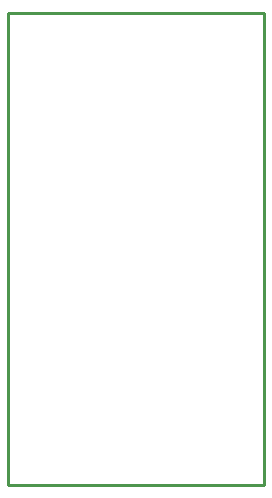
<source format=gbr>
G04 EAGLE Gerber RS-274X export*
G75*
%MOMM*%
%FSLAX34Y34*%
%LPD*%
%IN*%
%IPPOS*%
%AMOC8*
5,1,8,0,0,1.08239X$1,22.5*%
G01*
G04 Define Apertures*
%ADD10C,0.254000*%
D10*
X0Y-1270D02*
X216640Y-1270D01*
X216640Y398099D01*
X0Y398099D01*
X0Y-1270D01*
M02*

</source>
